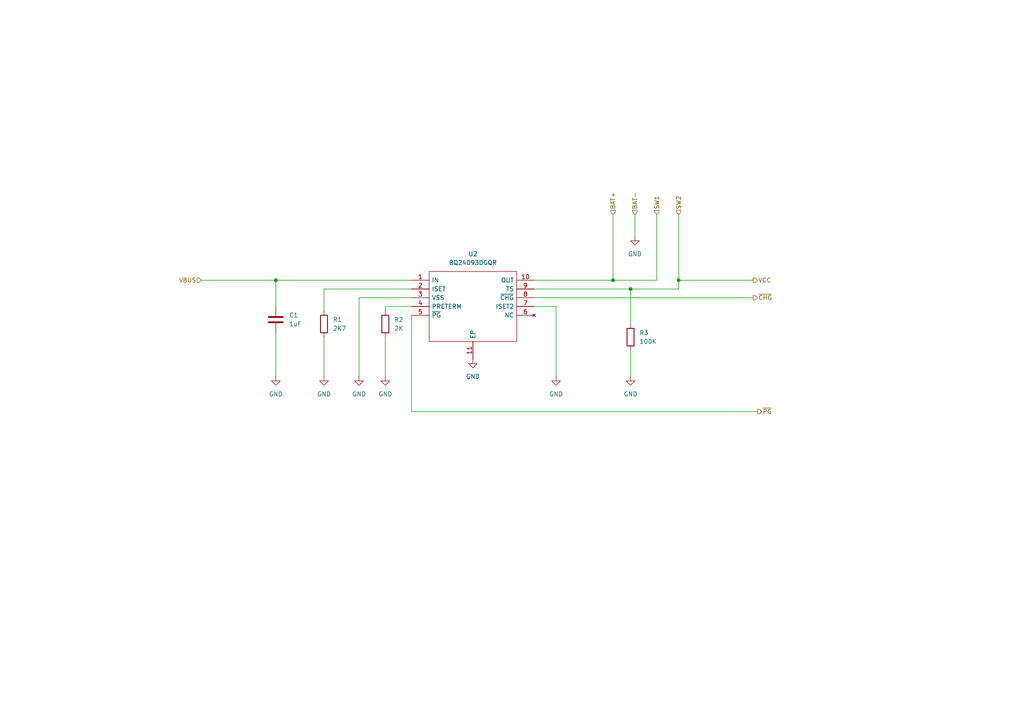
<source format=kicad_sch>
(kicad_sch (version 20211123) (generator eeschema)
  (paper "A4")
  (lib_symbols
    (symbol "Device:C" (pin_numbers hide) (pin_names (offset 0.254))
      (property "Reference" "C" (at 0.635 2.54 0))
      (property "Value" "C" (at 0.635 -2.54 0))
      (symbol "C_0_1"
        (polyline (pts (xy -2.032 -0.762) (xy 2.032 -0.762)) (stroke (width 0.508)))
        (polyline (pts (xy -2.032 0.762) (xy 2.032 0.762)) (stroke (width 0.508)))
      )
      (symbol "C_1_1"
        (pin passive line (at 0 3.81 270) (length 2.794) (name "~") (number "1"))
        (pin passive line (at 0 -3.81 90) (length 2.794) (name "~") (number "2"))
      )
    )
    (symbol "Device:R" (pin_numbers hide) (pin_names (offset 0))
      (property "Reference" "R" (at 2.032 0 90))
      (property "Value" "R" (at 0 0 90))
      (symbol "R_0_1"
        (rectangle (start -1.016 -2.54) (end 1.016 2.54) (stroke (width 0.254)))
      )
      (symbol "R_1_1"
        (pin passive line (at 0 3.81 270) (length 1.27) (name "~") (number "1"))
        (pin passive line (at 0 -3.81 90) (length 1.27) (name "~") (number "2"))
      )
    )
    (symbol "Library:BQ24093DGQR" (pin_names (offset 0.762))
      (property "Reference" "IC" (at 31.75 7.62 0))
      (property "Value" "BQ24093DGQR" (at 31.75 5.08 0))
      (symbol "BQ24093DGQR_0_0"
        (pin passive line (at 0 0 0) (length 5.08) (name "IN") (number "1"))
        (pin passive line (at 35.56 0 180) (length 5.08) (name "OUT") (number "10"))
        (pin passive line (at 17.78 -22.86 90) (length 5.08) (name "EP") (number "11"))
        (pin passive line (at 0 -2.54 0) (length 5.08) (name "ISET") (number "2"))
        (pin passive line (at 0 -5.08 0) (length 5.08) (name "VSS") (number "3"))
        (pin passive line (at 0 -7.62 0) (length 5.08) (name "PRETERM") (number "4"))
        (pin passive line (at 0 -10.16 0) (length 5.08) (name "~{PG}") (number "5"))
        (pin no_connect line (at 35.56 -10.16 180) (length 5.08) (name "NC") (number "6"))
        (pin passive line (at 35.56 -7.62 180) (length 5.08) (name "ISET2") (number "7"))
        (pin passive line (at 35.56 -5.08 180) (length 5.08) (name "~{CHG}") (number "8"))
        (pin passive line (at 35.56 -2.54 180) (length 5.08) (name "TS") (number "9"))
      )
      (symbol "BQ24093DGQR_0_1"
        (polyline (pts (xy 5.08 2.54) (xy 30.48 2.54) (xy 30.48 -17.78) (xy 5.08 -17.78) (xy 5.08 2.54)) (stroke (width 0.1524)))
      )
    )
    (symbol "power:GND" (power) (pin_names (offset 0))
      (property "Value" "GND" (at 0 -3.81 0))
      (symbol "GND_0_1"
        (polyline (pts (xy 0 0) (xy 0 -1.27) (xy 1.27 -1.27) (xy 0 -2.54) (xy -1.27 -1.27) (xy 0 -1.27)))
      )
      (symbol "GND_1_1"
        (pin power_in line (at 0 0 270) (length 0) hide (name "GND") (number "1"))
      )
    )
  )
  (junction (at 80.01 81.28))
  (junction (at 177.8 81.28))
  (junction (at 182.88 83.82))
  (junction (at 196.85 81.28))
  (wire (pts (xy 111.76 97.79) (xy 111.76 109.22)))
  (wire (pts (xy 190.5 62.23) (xy 190.5 81.28)))
  (wire (pts (xy 119.38 91.44) (xy 119.38 119.38)))
  (wire (pts (xy 184.15 62.23) (xy 184.15 68.58)))
  (wire (pts (xy 177.8 62.23) (xy 177.8 81.28)))
  (wire (pts (xy 119.38 88.9) (xy 111.76 88.9)))
  (wire (pts (xy 177.8 81.28) (xy 154.94 81.28)))
  (wire (pts (xy 93.98 83.82) (xy 93.98 90.17)))
  (wire (pts (xy 80.01 96.52) (xy 80.01 109.22)))
  (wire (pts (xy 104.14 86.36) (xy 104.14 109.22)))
  (wire (pts (xy 196.85 81.28) (xy 196.85 83.82)))
  (wire (pts (xy 119.38 86.36) (xy 104.14 86.36)))
  (wire (pts (xy 196.85 81.28) (xy 218.44 81.28)))
  (wire (pts (xy 80.01 81.28) (xy 80.01 88.9)))
  (wire (pts (xy 80.01 81.28) (xy 119.38 81.28)))
  (wire (pts (xy 182.88 101.6) (xy 182.88 109.22)))
  (wire (pts (xy 196.85 62.23) (xy 196.85 81.28)))
  (wire (pts (xy 154.94 86.36) (xy 218.44 86.36)))
  (wire (pts (xy 111.76 88.9) (xy 111.76 90.17)))
  (wire (pts (xy 58.42 81.28) (xy 80.01 81.28)))
  (wire (pts (xy 93.98 97.79) (xy 93.98 109.22)))
  (wire (pts (xy 177.8 81.28) (xy 190.5 81.28)))
  (wire (pts (xy 119.38 119.38) (xy 219.71 119.38)))
  (wire (pts (xy 182.88 83.82) (xy 196.85 83.82)))
  (wire (pts (xy 154.94 88.9) (xy 161.29 88.9)))
  (wire (pts (xy 154.94 83.82) (xy 182.88 83.82)))
  (wire (pts (xy 119.38 83.82) (xy 93.98 83.82)))
  (wire (pts (xy 182.88 83.82) (xy 182.88 93.98)))
  (wire (pts (xy 161.29 88.9) (xy 161.29 109.22)))
  (hierarchical_label "SW1" (shape input) (at 190.5 62.23 90))
  (hierarchical_label "SW2" (shape input) (at 196.85 62.23 90))
  (hierarchical_label "~{CHG}" (shape output) (at 218.44 86.36 0))
  (hierarchical_label "BAT-" (shape input) (at 184.15 62.23 90))
  (hierarchical_label "BAT+" (shape input) (at 177.8 62.23 90))
  (hierarchical_label "VCC" (shape output) (at 218.44 81.28 0))
  (hierarchical_label "~{PG}" (shape output) (at 219.71 119.38 0))
  (hierarchical_label "VBUS" (shape input) (at 58.42 81.28 180))
  (symbol (lib_id "power:GND") (at 111.76 109.22 0) (unit 1)
    (property "Reference" "#PWR0107" (effects hide))
    (property "Value" "GND" (at 111.76 114.3 0))
  )
  (symbol (lib_id "power:GND") (at 137.16 104.14 0) (unit 1)
    (property "Reference" "#PWR0119" (effects hide))
    (property "Value" "GND" (at 137.16 109.22 0))
  )
  (symbol (lib_id "power:GND") (at 93.98 109.22 0) (unit 1)
    (property "Reference" "#PWR0108" (effects hide))
    (property "Value" "GND" (at 93.98 114.3 0))
  )
  (symbol (lib_id "Device:R") (at 111.76 93.98 0) (unit 1)
    (property "Reference" "R2" (at 114.3 92.7099 0) (effects (justify left)))
    (property "Value" "2K" (at 114.3 95.2499 0) (effects (justify left)))
    (property "Footprint" "Resistor_SMD:R_1206_3216Metric_Pad1.30x1.75mm_HandSolder" (effects hide))
  )
  (symbol (lib_id "power:GND") (at 80.01 109.22 0) (unit 1)
    (property "Reference" "#PWR0106" (effects hide))
    (property "Value" "GND" (at 80.01 114.3 0))
  )
  (symbol (lib_id "Device:C") (at 80.01 92.71 0) (unit 1)
    (property "Reference" "C1" (at 83.82 91.4399 0) (effects (justify left)))
    (property "Value" "1uF" (at 83.82 93.9799 0) (effects (justify left)))
    (property "Footprint" "Capacitor_SMD:C_1206_3216Metric_Pad1.33x1.80mm_HandSolder" (effects hide))
  )
  (symbol (lib_id "power:GND") (at 182.88 109.22 0) (unit 1)
    (property "Reference" "#PWR0111" (effects hide))
    (property "Value" "GND" (at 182.88 114.3 0))
  )
  (symbol (lib_id "power:GND") (at 184.15 68.58 0) (unit 1)
    (property "Reference" "#PWR0112" (effects hide))
    (property "Value" "GND" (at 184.15 73.66 0))
  )
  (symbol (lib_id "power:GND") (at 161.29 109.22 0) (unit 1)
    (property "Reference" "#PWR0110" (effects hide))
    (property "Value" "GND" (at 161.29 114.3 0))
  )
  (symbol (lib_id "power:GND") (at 104.14 109.22 0) (unit 1)
    (property "Reference" "#PWR0109" (effects hide))
    (property "Value" "GND" (at 104.14 114.3 0))
  )
  (symbol (lib_id "Device:R") (at 93.98 93.98 180) (unit 1)
    (property "Reference" "R1" (at 96.52 92.7099 0) (effects (justify right)))
    (property "Value" "2K7" (at 96.52 95.2499 0) (effects (justify right)))
    (property "Footprint" "Resistor_SMD:R_1206_3216Metric_Pad1.30x1.75mm_HandSolder" (effects hide))
  )
  (symbol (lib_id "Device:R") (at 182.88 97.79 0) (unit 1)
    (property "Reference" "R3" (at 185.42 96.5199 0) (effects (justify left)))
    (property "Value" "100K" (at 185.42 99.0599 0) (effects (justify left)))
    (property "Footprint" "Resistor_SMD:R_1206_3216Metric_Pad1.30x1.75mm_HandSolder" (effects hide))
  )
  (symbol (lib_id "Library:BQ24093DGQR") (at 119.38 81.28 0) (unit 1)
    (property "Reference" "U2" (at 137.16 73.66 0))
    (property "Value" "BQ24093DGQR" (at 137.16 76.2 0))
    (property "Footprint" "Library:BQ24093DGQR" (effects hide))
    (property "Datasheet" "http://www.ti.com/lit/gpn/BQ24093" (effects hide))
    (property "Description" "1A, Single-Input, Single-Cell Li-Ion Battery Charger with Operation Over JEITA and 100k NTC" (effects hide))
    (property "Height" "1.1" (effects hide))
    (property "Mouser Part Number" "595-BQ24093DGQR" (effects hide))
    (property "Mouser Price/Stock" "https://www.mouser.co.uk/ProductDetail/Texas-Instruments/BQ24093DGQR?qs=C44r%252BX3hXgJJomV3RK43zw%3D%3D" (effects hide))
    (property "Manufacturer_Name" "Texas Instruments" (effects hide))
    (property "Manufacturer_Part_Number" "BQ24093DGQR" (effects hide))
  )
)
</source>
